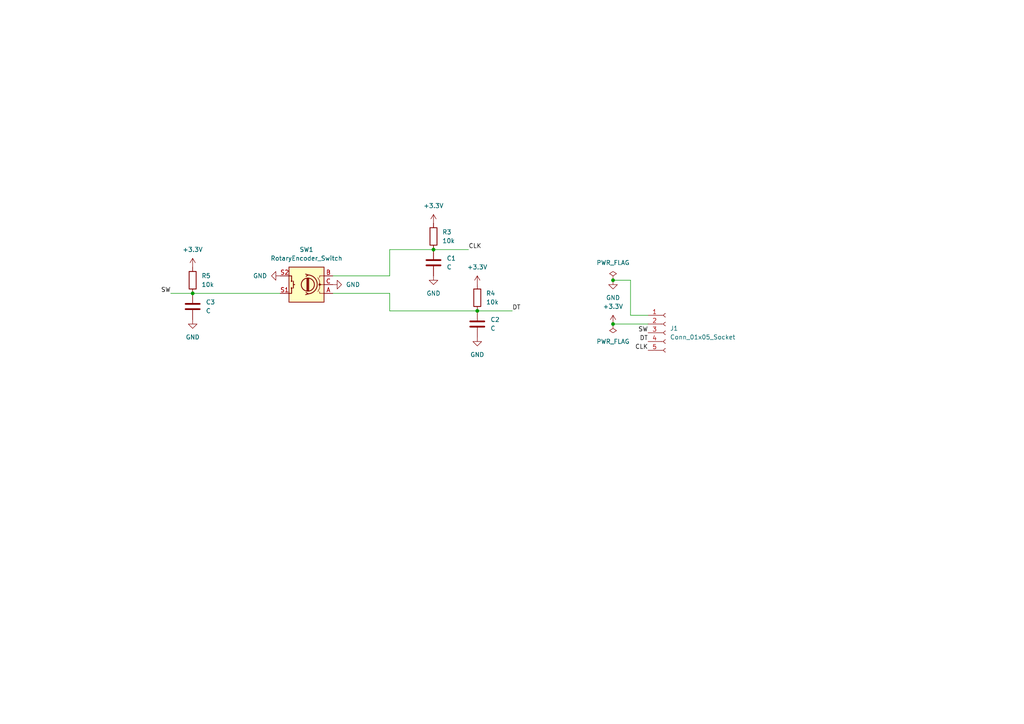
<source format=kicad_sch>
(kicad_sch (version 20230121) (generator eeschema)
  (paper "A4")
  (lib_symbols
    (symbol "Connector:Conn_01x05_Socket" (pin_names (offset 1.016) hide)
      (property "Reference" "J" (at 0 7.62 0))
      (property "Value" "Conn_01x05_Socket" (at 0 -7.62 0))
      (symbol "Conn_01x05_Socket_1_1"
        (arc (start 0 -4.572) (mid -0.5058 -5.08) (end 0 -5.588) (stroke (width 0.1524)))
        (arc (start 0 -2.032) (mid -0.5058 -2.54) (end 0 -3.048) (stroke (width 0.1524)))
        (polyline (pts (xy -1.27 -5.08) (xy -0.508 -5.08)) (stroke (width 0.1524)))
        (polyline (pts (xy -1.27 -2.54) (xy -0.508 -2.54)) (stroke (width 0.1524)))
        (polyline (pts (xy -1.27 0) (xy -0.508 0)) (stroke (width 0.1524)))
        (polyline (pts (xy -1.27 2.54) (xy -0.508 2.54)) (stroke (width 0.1524)))
        (polyline (pts (xy -1.27 5.08) (xy -0.508 5.08)) (stroke (width 0.1524)))
        (arc (start 0 0.508) (mid -0.5058 0) (end 0 -0.508) (stroke (width 0.1524)))
        (arc (start 0 3.048) (mid -0.5058 2.54) (end 0 2.032) (stroke (width 0.1524)))
        (arc (start 0 5.588) (mid -0.5058 5.08) (end 0 4.572) (stroke (width 0.1524)))
        (pin passive line (at -5.08 5.08 0) (length 3.81) (name "Pin_1") (number "1"))
        (pin passive line (at -5.08 2.54 0) (length 3.81) (name "Pin_2") (number "2"))
        (pin passive line (at -5.08 0 0) (length 3.81) (name "Pin_3") (number "3"))
        (pin passive line (at -5.08 -2.54 0) (length 3.81) (name "Pin_4") (number "4"))
        (pin passive line (at -5.08 -5.08 0) (length 3.81) (name "Pin_5") (number "5"))
      )
    )
    (symbol "Device:C" (pin_numbers hide) (pin_names (offset 0.254))
      (property "Reference" "C" (at 0.635 2.54 0))
      (property "Value" "C" (at 0.635 -2.54 0))
      (symbol "C_0_1"
        (polyline (pts (xy -2.032 -0.762) (xy 2.032 -0.762)) (stroke (width 0.508)))
        (polyline (pts (xy -2.032 0.762) (xy 2.032 0.762)) (stroke (width 0.508)))
      )
      (symbol "C_1_1"
        (pin passive line (at 0 3.81 270) (length 2.794) (name "~") (number "1"))
        (pin passive line (at 0 -3.81 90) (length 2.794) (name "~") (number "2"))
      )
    )
    (symbol "Device:R" (pin_numbers hide) (pin_names (offset 0))
      (property "Reference" "R" (at 2.032 0 90))
      (property "Value" "R" (at 0 0 90))
      (symbol "R_0_1"
        (rectangle (start -1.016 -2.54) (end 1.016 2.54) (stroke (width 0.254)))
      )
      (symbol "R_1_1"
        (pin passive line (at 0 3.81 270) (length 1.27) (name "~") (number "1"))
        (pin passive line (at 0 -3.81 90) (length 1.27) (name "~") (number "2"))
      )
    )
    (symbol "Device:RotaryEncoder_Switch" (pin_names (offset 0.254) hide)
      (property "Reference" "SW" (at 0 6.604 0))
      (property "Value" "RotaryEncoder_Switch" (at 0 -6.604 0))
      (symbol "RotaryEncoder_Switch_0_1"
        (rectangle (start -5.08 5.08) (end 5.08 -5.08) (stroke (width 0.254)) (fill (type background)))
        (circle (center -3.81 0) (radius 0.254) (fill (type outline)))
        (circle (center -0.381 0) (radius 1.905) (stroke (width 0.254)))
        (arc (start -0.381 2.667) (mid -3.0988 -0.0635) (end -0.381 -2.794) (stroke (width 0.254)))
        (polyline (pts (xy -0.635 -1.778) (xy -0.635 1.778)) (stroke (width 0.254)))
        (polyline (pts (xy -0.381 -1.778) (xy -0.381 1.778)) (stroke (width 0.254)))
        (polyline (pts (xy -0.127 1.778) (xy -0.127 -1.778)) (stroke (width 0.254)))
        (polyline (pts (xy 3.81 0) (xy 3.429 0)) (stroke (width 0.254)))
        (polyline (pts (xy 3.81 1.016) (xy 3.81 -1.016)) (stroke (width 0.254)))
        (polyline (pts (xy -5.08 -2.54) (xy -3.81 -2.54) (xy -3.81 -2.032)))
        (polyline (pts (xy -5.08 2.54) (xy -3.81 2.54) (xy -3.81 2.032)))
        (polyline (pts (xy 0.254 -3.048) (xy -0.508 -2.794) (xy 0.127 -2.413)) (stroke (width 0.254)))
        (polyline (pts (xy 0.254 2.921) (xy -0.508 2.667) (xy 0.127 2.286)) (stroke (width 0.254)))
        (polyline (pts (xy 5.08 -2.54) (xy 4.318 -2.54) (xy 4.318 -1.016)) (stroke (width 0.254)))
        (polyline (pts (xy 5.08 2.54) (xy 4.318 2.54) (xy 4.318 1.016)) (stroke (width 0.254)))
        (polyline (pts (xy -5.08 0) (xy -3.81 0) (xy -3.81 -1.016) (xy -3.302 -2.032)))
        (polyline (pts (xy -4.318 0) (xy -3.81 0) (xy -3.81 1.016) (xy -3.302 2.032)))
        (circle (center 4.318 -1.016) (radius 0.127) (stroke (width 0.254)))
        (circle (center 4.318 1.016) (radius 0.127) (stroke (width 0.254)))
      )
      (symbol "RotaryEncoder_Switch_1_1"
        (pin passive line (at -7.62 2.54 0) (length 2.54) (name "A") (number "A"))
        (pin passive line (at -7.62 -2.54 0) (length 2.54) (name "B") (number "B"))
        (pin passive line (at -7.62 0 0) (length 2.54) (name "C") (number "C"))
        (pin passive line (at 7.62 2.54 180) (length 2.54) (name "S1") (number "S1"))
        (pin passive line (at 7.62 -2.54 180) (length 2.54) (name "S2") (number "S2"))
      )
    )
    (symbol "power:+3.3V" (power) (pin_names (offset 0))
      (property "Value" "+3.3V" (at 0 3.556 0))
      (symbol "+3.3V_0_1"
        (polyline (pts (xy -0.762 1.27) (xy 0 2.54)))
        (polyline (pts (xy 0 0) (xy 0 2.54)))
        (polyline (pts (xy 0 2.54) (xy 0.762 1.27)))
      )
      (symbol "+3.3V_1_1"
        (pin power_in line (at 0 0 90) (length 0) hide (name "+3.3V") (number "1"))
      )
    )
    (symbol "power:GND" (power) (pin_names (offset 0))
      (property "Value" "GND" (at 0 -3.81 0))
      (symbol "GND_0_1"
        (polyline (pts (xy 0 0) (xy 0 -1.27) (xy 1.27 -1.27) (xy 0 -2.54) (xy -1.27 -1.27) (xy 0 -1.27)))
      )
      (symbol "GND_1_1"
        (pin power_in line (at 0 0 270) (length 0) hide (name "GND") (number "1"))
      )
    )
    (symbol "power:PWR_FLAG" (power) (pin_numbers hide) (pin_names (offset 0) hide)
      (property "Value" "PWR_FLAG" (at 0 3.81 0))
      (symbol "PWR_FLAG_0_0"
        (pin power_out line (at 0 0 90) (length 0) (name "pwr") (number "1"))
      )
      (symbol "PWR_FLAG_0_1"
        (polyline (pts (xy 0 0) (xy 0 1.27) (xy -1.016 1.905) (xy 0 2.54) (xy 1.016 1.905) (xy 0 1.27)))
      )
    )
  )
  (junction (at 177.8 81.28))
  (junction (at 125.73 72.39))
  (junction (at 138.43 90.17))
  (junction (at 177.8 93.98))
  (junction (at 55.88 85.09))
  (wire (pts (xy 55.88 85.09) (xy 81.28 85.09)))
  (wire (pts (xy 177.8 81.28) (xy 182.88 81.28)))
  (wire (pts (xy 113.03 85.09) (xy 113.03 90.17)))
  (wire (pts (xy 177.8 93.98) (xy 187.96 93.98)))
  (wire (pts (xy 135.89 72.39) (xy 125.73 72.39)))
  (wire (pts (xy 113.03 80.01) (xy 113.03 72.39)))
  (wire (pts (xy 96.52 80.01) (xy 113.03 80.01)))
  (wire (pts (xy 113.03 90.17) (xy 138.43 90.17)))
  (wire (pts (xy 182.88 91.44) (xy 187.96 91.44)))
  (wire (pts (xy 96.52 85.09) (xy 113.03 85.09)))
  (wire (pts (xy 182.88 81.28) (xy 182.88 91.44)))
  (wire (pts (xy 148.59 90.17) (xy 138.43 90.17)))
  (wire (pts (xy 49.53 85.09) (xy 55.88 85.09)))
  (wire (pts (xy 113.03 72.39) (xy 125.73 72.39)))
  (label "DT" (at 187.96 99.06 180))
  (label "CLK" (at 187.96 101.6 180))
  (label "SW" (at 49.53 85.09 180))
  (label "SW" (at 187.96 96.52 180))
  (label "CLK" (at 135.89 72.39 0))
  (label "DT" (at 148.59 90.17 0))
  (symbol (lib_id "power:+3.3V") (at 125.73 64.77 0) (unit 1)
    (property "Reference" "#PWR03" (effects hide))
    (property "Value" "+3.3V" (at 125.73 59.69 0))
  )
  (symbol (lib_id "power:GND") (at 96.52 82.55 90) (unit 1)
    (property "Reference" "#PWR04" (effects hide))
    (property "Value" "GND" (at 100.33 82.55 90) (effects (justify right)))
  )
  (symbol (lib_id "Connector:Conn_01x05_Socket") (at 193.04 96.52 0) (unit 1)
    (property "Reference" "J1" (at 194.31 95.25 0) (effects (justify left)))
    (property "Value" "Conn_01x05_Socket" (at 194.31 97.79 0) (effects (justify left)))
    (property "Footprint" "Connector_JST:JST_XH_S5B-XH-A_1x05_P2.50mm_Horizontal" (effects hide))
  )
  (symbol (lib_id "Device:RotaryEncoder_Switch") (at 88.9 82.55 180) (unit 1)
    (property "Reference" "SW1" (at 88.9 72.39 0))
    (property "Value" "RotaryEncoder_Switch" (at 88.9 74.93 0))
    (property "Footprint" "Rotary_Encoder:RotaryEncoder_Alps_EC11E-Switch_Vertical_H20mm" (effects hide))
  )
  (symbol (lib_id "Device:C") (at 138.43 93.98 0) (unit 1)
    (property "Reference" "C2" (at 142.24 92.71 0) (effects (justify left)))
    (property "Value" "C" (at 142.24 95.25 0) (effects (justify left)))
    (property "Footprint" "Capacitor_SMD:C_0805_2012Metric_Pad1.18x1.45mm_HandSolder" (effects hide))
  )
  (symbol (lib_id "power:PWR_FLAG") (at 177.8 93.98 180) (unit 1)
    (property "Reference" "#FLG01" (effects hide))
    (property "Value" "PWR_FLAG" (at 177.8 99.06 0))
  )
  (symbol (lib_id "power:GND") (at 125.73 80.01 0) (unit 1)
    (property "Reference" "#PWR05" (effects hide))
    (property "Value" "GND" (at 125.73 85.09 0))
  )
  (symbol (lib_id "Device:C") (at 55.88 88.9 0) (unit 1)
    (property "Reference" "C3" (at 59.69 87.63 0) (effects (justify left)))
    (property "Value" "C" (at 59.69 90.17 0) (effects (justify left)))
    (property "Footprint" "Capacitor_SMD:C_0805_2012Metric_Pad1.18x1.45mm_HandSolder" (effects hide))
  )
  (symbol (lib_id "power:GND") (at 177.8 81.28 0) (unit 1)
    (property "Reference" "#PWR02" (effects hide))
    (property "Value" "GND" (at 177.8 86.36 0))
  )
  (symbol (lib_id "power:+3.3V") (at 138.43 82.55 0) (unit 1)
    (property "Reference" "#PWR06" (effects hide))
    (property "Value" "+3.3V" (at 138.43 77.47 0))
  )
  (symbol (lib_id "Device:C") (at 125.73 76.2 0) (unit 1)
    (property "Reference" "C1" (at 129.54 74.93 0) (effects (justify left)))
    (property "Value" "C" (at 129.54 77.47 0) (effects (justify left)))
    (property "Footprint" "Capacitor_SMD:C_0805_2012Metric_Pad1.18x1.45mm_HandSolder" (effects hide))
  )
  (symbol (lib_id "Device:R") (at 138.43 86.36 180) (unit 1)
    (property "Reference" "R4" (at 140.97 85.09 0) (effects (justify right)))
    (property "Value" "10k" (at 140.97 87.63 0) (effects (justify right)))
    (property "Footprint" "Resistor_SMD:R_0805_2012Metric_Pad1.20x1.40mm_HandSolder" (effects hide))
  )
  (symbol (lib_id "power:GND") (at 81.28 80.01 270) (unit 1)
    (property "Reference" "#PWR010" (effects hide))
    (property "Value" "GND" (at 77.47 80.01 90) (effects (justify right)))
  )
  (symbol (lib_id "power:+3.3V") (at 177.8 93.98 0) (unit 1)
    (property "Reference" "#PWR01" (effects hide))
    (property "Value" "+3.3V" (at 177.8 88.9 0))
  )
  (symbol (lib_id "Device:R") (at 125.73 68.58 180) (unit 1)
    (property "Reference" "R3" (at 128.27 67.31 0) (effects (justify right)))
    (property "Value" "10k" (at 128.27 69.85 0) (effects (justify right)))
    (property "Footprint" "Resistor_SMD:R_0805_2012Metric_Pad1.20x1.40mm_HandSolder" (effects hide))
  )
  (symbol (lib_id "power:GND") (at 55.88 92.71 0) (unit 1)
    (property "Reference" "#PWR09" (effects hide))
    (property "Value" "GND" (at 55.88 97.79 0))
  )
  (symbol (lib_id "Device:R") (at 55.88 81.28 180) (unit 1)
    (property "Reference" "R5" (at 58.42 80.01 0) (effects (justify right)))
    (property "Value" "10k" (at 58.42 82.55 0) (effects (justify right)))
    (property "Footprint" "Resistor_SMD:R_0805_2012Metric_Pad1.20x1.40mm_HandSolder" (effects hide))
  )
  (symbol (lib_id "power:PWR_FLAG") (at 177.8 81.28 0) (unit 1)
    (property "Reference" "#FLG02" (effects hide))
    (property "Value" "PWR_FLAG" (at 177.8 76.2 0))
  )
  (symbol (lib_id "power:GND") (at 138.43 97.79 0) (unit 1)
    (property "Reference" "#PWR07" (effects hide))
    (property "Value" "GND" (at 138.43 102.87 0))
  )
  (symbol (lib_id "power:+3.3V") (at 55.88 77.47 0) (unit 1)
    (property "Reference" "#PWR08" (effects hide))
    (property "Value" "+3.3V" (at 55.88 72.39 0))
  )
)
</source>
